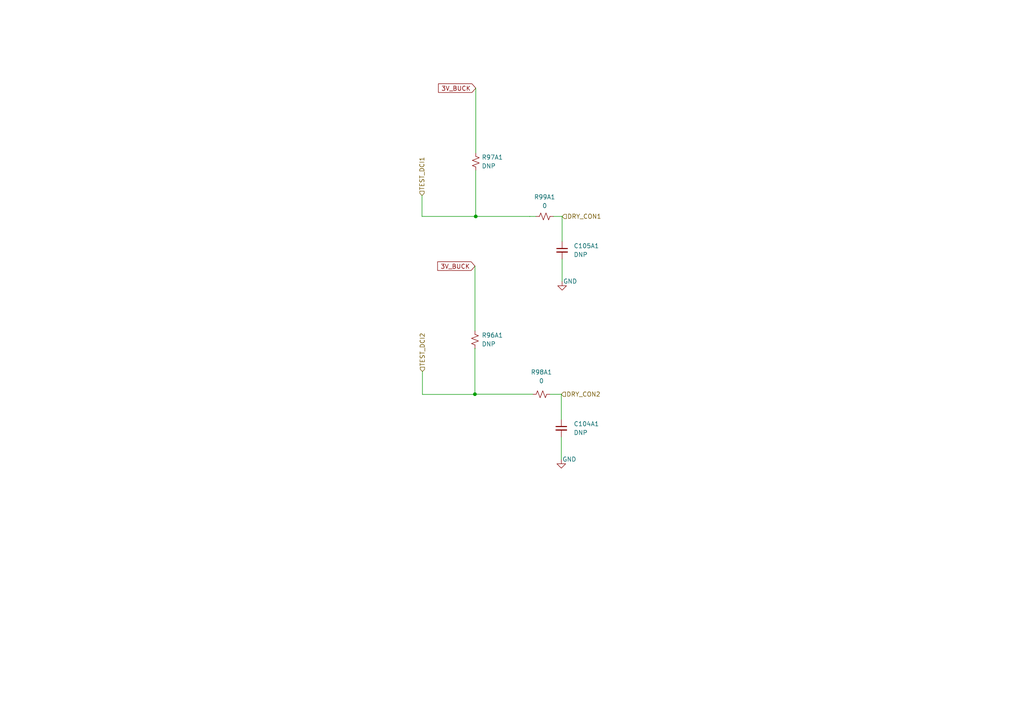
<source format=kicad_sch>
(kicad_sch (version 20231120) (generator "eeschema") (generator_version "8.0")
  (paper "A4")
  (title_block (title "packetRFMS") (date "2024-03-21") (rev "PCB_00132_6A_2124") (company "Packetworx Inc."))
  (lib_symbols
    (symbol "Device:C_Small" (pin_numbers hide) (pin_names (offset 0.254) hide)
      (property "Reference" "C" (at 0.254 1.778 0))
      (property "Value" "C_Small" (at 0.254 -2.032 0))
      (symbol "C_Small_0_1"
        (polyline (pts (xy -1.524 -0.508) (xy 1.524 -0.508)) (stroke (width 0.3302)))
        (polyline (pts (xy -1.524 0.508) (xy 1.524 0.508)) (stroke (width 0.3048)))
      )
      (symbol "C_Small_1_1"
        (pin passive line (at 0 2.54 270) (length 2.032) (name "~") (number "1"))
        (pin passive line (at 0 -2.54 90) (length 2.032) (name "~") (number "2"))
      )
    )
    (symbol "Device:R_Small_US" (pin_numbers hide) (pin_names (offset 0.254) hide)
      (property "Reference" "R" (at 0.762 0.508 0))
      (property "Value" "R_Small_US" (at 0.762 -1.016 0))
      (symbol "R_Small_US_1_1"
        (polyline (pts (xy 0 0) (xy 1.016 -0.381) (xy 0 -0.762) (xy -1.016 -1.143) (xy 0 -1.524)))
        (polyline (pts (xy 0 1.524) (xy 1.016 1.143) (xy 0 0.762) (xy -1.016 0.381) (xy 0 0)))
        (pin passive line (at 0 2.54 270) (length 1.016) (name "~") (number "1"))
        (pin passive line (at 0 -2.54 90) (length 1.016) (name "~") (number "2"))
      )
    )
    (symbol "power:GND" (power) (pin_names (offset 0))
      (property "Value" "GND" (at 0 -3.81 0))
      (symbol "GND_0_1"
        (polyline (pts (xy 0 0) (xy 0 -1.27) (xy 1.27 -1.27) (xy 0 -2.54) (xy -1.27 -1.27) (xy 0 -1.27)))
      )
      (symbol "GND_1_1"
        (pin power_in line (at 0 0 270) (length 0) hide (name "GND") (number "1"))
      )
    )
  )
  (junction (at 137.9778 62.7742))
  (junction (at 137.7438 114.3345))
  (wire (pts (xy 160.5182 62.7757) (xy 163.0335 62.7757)))
  (wire (pts (xy 137.9778 49.5245) (xy 137.9778 62.7742)))
  (wire (pts (xy 159.5756 114.3535) (xy 162.7995 114.3535)))
  (wire (pts (xy 137.7438 114.3345) (xy 154.4956 114.3345)))
  (wire (pts (xy 137.7619 101.151) (xy 137.7619 101.0594)))
  (wire (pts (xy 122.3987 56.7041) (xy 122.3987 62.7742)))
  (wire (pts (xy 137.7438 101.151) (xy 137.7619 101.151)))
  (wire (pts (xy 122.5219 107.7544) (xy 122.5219 114.4007)))
  (wire (pts (xy 122.3987 62.7742) (xy 137.9778 62.7742)))
  (wire (pts (xy 153.6687 62.7742) (xy 153.6687 62.7757)))
  (wire (pts (xy 137.9959 44.3529) (xy 137.9959 25.5599)))
  (wire (pts (xy 137.9778 49.5245) (xy 137.9959 49.5245)))
  (wire (pts (xy 122.5219 114.4007) (xy 137.7438 114.4007)))
  (wire (pts (xy 137.7438 101.151) (xy 137.7438 114.3345)))
  (wire (pts (xy 153.6687 62.7757) (xy 155.4382 62.7757)))
  (wire (pts (xy 137.9959 49.5245) (xy 137.9959 49.4329)))
  (wire (pts (xy 162.7995 114.3535) (xy 162.7995 121.6759)))
  (wire (pts (xy 163.0335 62.7757) (xy 163.0335 70.0494)))
  (wire (pts (xy 137.7438 114.3345) (xy 137.7438 114.4007)))
  (wire (pts (xy 137.7619 95.9794) (xy 137.7619 77.1864)))
  (wire (pts (xy 163.0335 75.1294) (xy 163.0335 81.6197)))
  (wire (pts (xy 162.7995 126.7559) (xy 162.7995 133.2462)))
  (wire (pts (xy 137.9778 62.7742) (xy 153.6687 62.7742)))
  (wire (pts (xy 154.4956 114.3345) (xy 154.4956 114.3535)))
  (global_label "3V_BUCK" (shape input) (at 137.7619 77.1864 180) (property "Intersheetrefs" "${INTERSHEET_REFS}" (effects (hide yes))))
  (global_label "3V_BUCK" (shape input) (at 137.9959 25.5599 180) (property "Intersheetrefs" "${INTERSHEET_REFS}" (effects (hide yes))))
  (hierarchical_label "TEST_DCI2" (shape input) (at 122.5219 107.7544 90))
  (hierarchical_label "TEST_DCI1" (shape input) (at 122.3987 56.7041 90))
  (hierarchical_label "DRY_CON1" (shape input) (at 163.0335 62.7757 0) (property "Intersheetrefs" "${INTERSHEET_REFS}" (effects (hide yes))))
  (hierarchical_label "DRY_CON2" (shape input) (at 162.7995 114.3535 0) (property "Intersheetrefs" "${INTERSHEET_REFS}" (effects (hide yes))))
  (symbol (lib_id "Device:R_Small_US") (at 137.7619 98.5194 0) (unit 1)
    (property "Reference" "R96A1" (at 139.7 97.2494 0) (effects (justify left)))
    (property "Value" "DNP" (at 139.7 99.7894 0) (effects (justify left)))
    (property "Footprint" "Resistor_SMD:R_0603_1608Metric" (effects (hide yes)))
    (instances (project "packetRFMS" (path "" (reference "R96A1") (unit 1)) (path "" (reference "R96B1") (unit 1)) (path "" (reference "R96") (unit 1))))
  )
  (symbol (lib_id "Device:R_Small_US") (at 157.9782 62.7757 270) (unit 1)
    (property "Reference" "R99A1" (at 157.9782 57.15 90))
    (property "Value" "0" (at 157.9782 59.69 90))
    (property "Footprint" "Resistor_SMD:R_0603_1608Metric" (effects (hide yes)))
    (property "LCSC" "C176152" (effects (hide yes)))
    (instances (project "packetRFMS" (path "" (reference "R99A1") (unit 1)) (path "" (reference "R99B1") (unit 1)) (path "" (reference "R99") (unit 1))))
  )
  (symbol (lib_id "power:GND") (at 163.0335 81.6197 0) (mirror y) (unit 1)
    (property "Reference" "#PWR0205" (effects (hide yes)))
    (property "Value" "GND" (at 165.3626 81.5901 0))
    (instances (project "packetRFMS" (path "" (reference "#PWR0205") (unit 1)) (path "" (reference "#PWR0115") (unit 1)) (path "" (reference "#PWR0121") (unit 1))))
  )
  (symbol (lib_id "Device:R_Small_US") (at 157.0356 114.3535 270) (unit 1)
    (property "Reference" "R98A1" (at 157.0356 107.95 90))
    (property "Value" "0" (at 157.0356 110.49 90))
    (property "Footprint" "Resistor_SMD:R_0603_1608Metric" (effects (hide yes)))
    (property "LCSC" "C176152" (effects (hide yes)))
    (instances (project "packetRFMS" (path "" (reference "R98A1") (unit 1)) (path "" (reference "R98B1") (unit 1)) (path "" (reference "R98") (unit 1))))
  )
  (symbol (lib_id "Device:C_Small") (at 162.7995 124.2159 0) (unit 1)
    (property "Reference" "C104A1" (at 166.37 122.9522 0) (effects (justify left)))
    (property "Value" "DNP" (at 166.37 125.4922 0) (effects (justify left)))
    (property "Footprint" "Capacitor_SMD:C_0603_1608Metric" (effects (hide yes)))
    (property "LCSC" " " (effects (hide yes)))
    (instances (project "packetRFMS" (path "" (reference "C104A1") (unit 1)) (path "" (reference "C104B1") (unit 1)) (path "" (reference "C104") (unit 1))))
  )
  (symbol (lib_id "Device:C_Small") (at 163.0335 72.5894 0) (unit 1)
    (property "Reference" "C105A1" (at 166.37 71.3257 0) (effects (justify left)))
    (property "Value" "DNP" (at 166.37 73.8657 0) (effects (justify left)))
    (property "Footprint" "Capacitor_SMD:C_0603_1608Metric" (effects (hide yes)))
    (instances (project "packetRFMS" (path "" (reference "C105A1") (unit 1)) (path "" (reference "C105B1") (unit 1)) (path "" (reference "C105") (unit 1))))
  )
  (symbol (lib_id "Device:R_Small_US") (at 137.9959 46.8929 0) (unit 1)
    (property "Reference" "R97A1" (at 139.7 45.6229 0) (effects (justify left)))
    (property "Value" "DNP" (at 139.7 48.1629 0) (effects (justify left)))
    (property "Footprint" "Resistor_SMD:R_0603_1608Metric" (effects (hide yes)))
    (instances (project "packetRFMS" (path "" (reference "R97A1") (unit 1)) (path "" (reference "R97B1") (unit 1)) (path "" (reference "R97") (unit 1))))
  )
  (symbol (lib_id "power:GND") (at 162.7995 133.2462 0) (mirror y) (unit 1)
    (property "Reference" "#PWR0204" (effects (hide yes)))
    (property "Value" "GND" (at 165.1286 133.2166 0))
    (instances (project "packetRFMS" (path "" (reference "#PWR0204") (unit 1)) (path "" (reference "#PWR0113") (unit 1)) (path "" (reference "#PWR0120") (unit 1))))
  )
)
</source>
